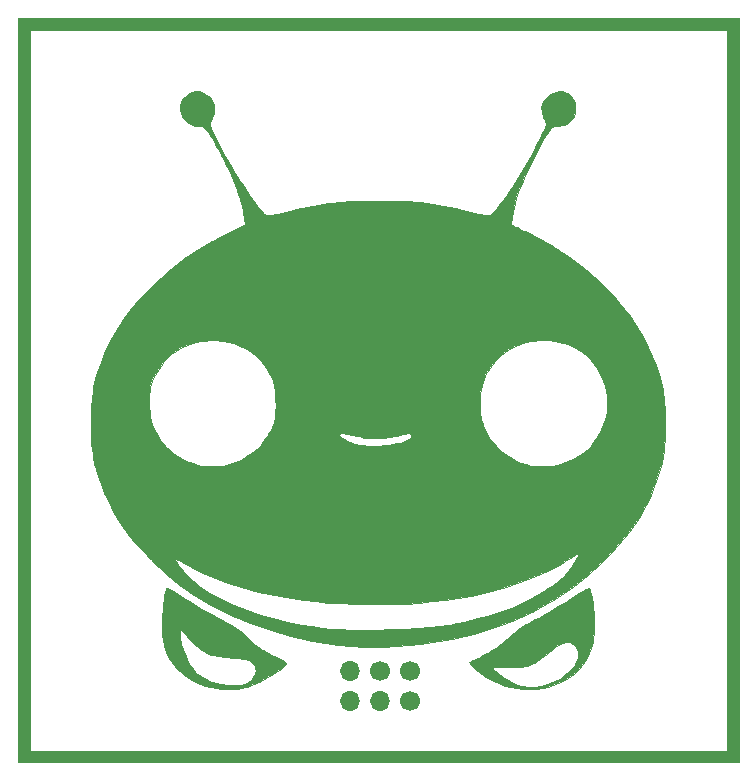
<source format=gtl>
G04 #@! TF.GenerationSoftware,KiCad,Pcbnew,(5.1.2)-1*
G04 #@! TF.CreationDate,2019-05-29T22:54:16+01:00*
G04 #@! TF.ProjectId,noname,6e6f6e61-6d65-42e6-9b69-6361645f7063,rev?*
G04 #@! TF.SameCoordinates,Original*
G04 #@! TF.FileFunction,Copper,L1,Top*
G04 #@! TF.FilePolarity,Positive*
%FSLAX46Y46*%
G04 Gerber Fmt 4.6, Leading zero omitted, Abs format (unit mm)*
G04 Created by KiCad (PCBNEW (5.1.2)-1) date 2019-05-29 22:54:16*
%MOMM*%
%LPD*%
G04 APERTURE LIST*
%ADD10C,0.010000*%
%ADD11C,1.700000*%
%ADD12O,1.700000X1.700000*%
G04 APERTURE END LIST*
D10*
G36*
X30501167Y-31496000D02*
G01*
X-30501166Y-31496000D01*
X-30501166Y30501167D01*
X-29506333Y30501167D01*
X-29506333Y-30501166D01*
X29506334Y-30501166D01*
X29506334Y30501167D01*
X-29506333Y30501167D01*
X-30501166Y30501167D01*
X-30501166Y31496000D01*
X30501167Y31496000D01*
X30501167Y-31496000D01*
X30501167Y-31496000D01*
G37*
X30501167Y-31496000D02*
X-30501166Y-31496000D01*
X-30501166Y30501167D01*
X-29506333Y30501167D01*
X-29506333Y-30501166D01*
X29506334Y-30501166D01*
X29506334Y30501167D01*
X-29506333Y30501167D01*
X-30501166Y30501167D01*
X-30501166Y31496000D01*
X30501167Y31496000D01*
X30501167Y-31496000D01*
G36*
X-17883218Y-16713617D02*
G01*
X-17815283Y-16742972D01*
X-17714265Y-16795616D01*
X-17580975Y-16871069D01*
X-17416222Y-16968850D01*
X-17220816Y-17088479D01*
X-16995565Y-17229478D01*
X-16741279Y-17391364D01*
X-16467666Y-17567885D01*
X-15895173Y-17933737D01*
X-15345152Y-18273910D01*
X-14819030Y-18587574D01*
X-14318229Y-18873901D01*
X-13844177Y-19132061D01*
X-13398299Y-19361224D01*
X-13313833Y-19402915D01*
X-12957622Y-19582710D01*
X-12635805Y-19756975D01*
X-12341667Y-19930284D01*
X-12068492Y-20107210D01*
X-11809563Y-20292327D01*
X-11558166Y-20490207D01*
X-11307584Y-20705425D01*
X-11051102Y-20942554D01*
X-11046368Y-20947072D01*
X-10759792Y-21212972D01*
X-10490094Y-21446812D01*
X-10232232Y-21652746D01*
X-9981162Y-21834932D01*
X-9911714Y-21882039D01*
X-9809895Y-21949549D01*
X-9717675Y-22009211D01*
X-9629520Y-22064114D01*
X-9539894Y-22117343D01*
X-9443261Y-22171986D01*
X-9334089Y-22231131D01*
X-9206840Y-22297864D01*
X-9055981Y-22375274D01*
X-8875977Y-22466447D01*
X-8752416Y-22528672D01*
X-8500152Y-22657107D01*
X-8286706Y-22769162D01*
X-8111903Y-22864936D01*
X-7975571Y-22944530D01*
X-7877534Y-23008047D01*
X-7817618Y-23055586D01*
X-7796921Y-23082422D01*
X-7800383Y-23130544D01*
X-7838621Y-23195793D01*
X-7908631Y-23276200D01*
X-8007409Y-23369793D01*
X-8131949Y-23474604D01*
X-8279247Y-23588660D01*
X-8446300Y-23709994D01*
X-8630102Y-23836633D01*
X-8827649Y-23966608D01*
X-9035936Y-24097948D01*
X-9251959Y-24228685D01*
X-9472714Y-24356846D01*
X-9695196Y-24480462D01*
X-9916400Y-24597563D01*
X-10133322Y-24706178D01*
X-10342958Y-24804337D01*
X-10542303Y-24890071D01*
X-10571491Y-24901882D01*
X-10886427Y-25013517D01*
X-11233713Y-25109780D01*
X-11605668Y-25189064D01*
X-11994607Y-25249763D01*
X-12392848Y-25290268D01*
X-12446000Y-25294040D01*
X-12576657Y-25302462D01*
X-12683252Y-25307997D01*
X-12777039Y-25310632D01*
X-12869277Y-25310351D01*
X-12971220Y-25307141D01*
X-13094126Y-25300986D01*
X-13230145Y-25293027D01*
X-13705137Y-25245010D01*
X-14175304Y-25159414D01*
X-14636277Y-25037797D01*
X-15083689Y-24881714D01*
X-15513170Y-24692721D01*
X-15920353Y-24472374D01*
X-16300869Y-24222229D01*
X-16361833Y-24177419D01*
X-16717122Y-23888846D01*
X-17038499Y-23579704D01*
X-17324749Y-23251616D01*
X-17574662Y-22906202D01*
X-17787023Y-22545081D01*
X-17960622Y-22169874D01*
X-18052467Y-21918083D01*
X-18158951Y-21537593D01*
X-18240503Y-21123545D01*
X-18297093Y-20676612D01*
X-18304866Y-20558749D01*
X-16780634Y-20558749D01*
X-16779446Y-20816365D01*
X-16766848Y-21048958D01*
X-16740890Y-21266768D01*
X-16699622Y-21480037D01*
X-16641096Y-21699007D01*
X-16563362Y-21933920D01*
X-16473538Y-22172083D01*
X-16325341Y-22519721D01*
X-16163091Y-22847814D01*
X-15989185Y-23152839D01*
X-15806020Y-23431273D01*
X-15615994Y-23679594D01*
X-15421504Y-23894278D01*
X-15224947Y-24071802D01*
X-15134166Y-24140249D01*
X-14957157Y-24256254D01*
X-14757313Y-24372046D01*
X-14545217Y-24482464D01*
X-14331448Y-24582346D01*
X-14126589Y-24666530D01*
X-13941218Y-24729856D01*
X-13903235Y-24740714D01*
X-13690500Y-24791935D01*
X-13444325Y-24838955D01*
X-13173510Y-24880379D01*
X-12886855Y-24914808D01*
X-12689416Y-24933343D01*
X-12563977Y-24940821D01*
X-12415641Y-24944903D01*
X-12253018Y-24945807D01*
X-12084714Y-24943751D01*
X-11919336Y-24938954D01*
X-11765493Y-24931634D01*
X-11631791Y-24922010D01*
X-11526838Y-24910300D01*
X-11482916Y-24902721D01*
X-11284252Y-24840729D01*
X-11091673Y-24742328D01*
X-10915998Y-24613173D01*
X-10897252Y-24596498D01*
X-10719100Y-24416431D01*
X-10576068Y-24232343D01*
X-10470174Y-24047385D01*
X-10403438Y-23864706D01*
X-10390441Y-23805938D01*
X-10381168Y-23640679D01*
X-10412412Y-23472681D01*
X-10482823Y-23305487D01*
X-10591054Y-23142641D01*
X-10681880Y-23039948D01*
X-10743588Y-22981948D01*
X-10810069Y-22930996D01*
X-10884828Y-22886278D01*
X-10971371Y-22846979D01*
X-11073202Y-22812286D01*
X-11193826Y-22781384D01*
X-11336748Y-22753460D01*
X-11505472Y-22727699D01*
X-11703504Y-22703287D01*
X-11934349Y-22679409D01*
X-12201511Y-22655253D01*
X-12414250Y-22637561D01*
X-12776059Y-22605618D01*
X-13113670Y-22570457D01*
X-13423381Y-22532564D01*
X-13701490Y-22492427D01*
X-13944292Y-22450533D01*
X-14128750Y-22411918D01*
X-14337323Y-22346691D01*
X-14561019Y-22245503D01*
X-14796929Y-22110698D01*
X-15042145Y-21944614D01*
X-15293757Y-21749594D01*
X-15548857Y-21527978D01*
X-15804535Y-21282108D01*
X-16057883Y-21014325D01*
X-16305992Y-20726969D01*
X-16457800Y-20537582D01*
X-16774583Y-20130748D01*
X-16780634Y-20558749D01*
X-18304866Y-20558749D01*
X-18328694Y-20197468D01*
X-18335278Y-19686787D01*
X-18316816Y-19145243D01*
X-18273280Y-18573510D01*
X-18214531Y-18048510D01*
X-18182112Y-17810241D01*
X-18147643Y-17586001D01*
X-18111912Y-17379340D01*
X-18075707Y-17193809D01*
X-18039813Y-17032957D01*
X-18005020Y-16900335D01*
X-17972114Y-16799494D01*
X-17941882Y-16733985D01*
X-17917264Y-16708031D01*
X-17883218Y-16713617D01*
X-17883218Y-16713617D01*
G37*
X-17883218Y-16713617D02*
X-17815283Y-16742972D01*
X-17714265Y-16795616D01*
X-17580975Y-16871069D01*
X-17416222Y-16968850D01*
X-17220816Y-17088479D01*
X-16995565Y-17229478D01*
X-16741279Y-17391364D01*
X-16467666Y-17567885D01*
X-15895173Y-17933737D01*
X-15345152Y-18273910D01*
X-14819030Y-18587574D01*
X-14318229Y-18873901D01*
X-13844177Y-19132061D01*
X-13398299Y-19361224D01*
X-13313833Y-19402915D01*
X-12957622Y-19582710D01*
X-12635805Y-19756975D01*
X-12341667Y-19930284D01*
X-12068492Y-20107210D01*
X-11809563Y-20292327D01*
X-11558166Y-20490207D01*
X-11307584Y-20705425D01*
X-11051102Y-20942554D01*
X-11046368Y-20947072D01*
X-10759792Y-21212972D01*
X-10490094Y-21446812D01*
X-10232232Y-21652746D01*
X-9981162Y-21834932D01*
X-9911714Y-21882039D01*
X-9809895Y-21949549D01*
X-9717675Y-22009211D01*
X-9629520Y-22064114D01*
X-9539894Y-22117343D01*
X-9443261Y-22171986D01*
X-9334089Y-22231131D01*
X-9206840Y-22297864D01*
X-9055981Y-22375274D01*
X-8875977Y-22466447D01*
X-8752416Y-22528672D01*
X-8500152Y-22657107D01*
X-8286706Y-22769162D01*
X-8111903Y-22864936D01*
X-7975571Y-22944530D01*
X-7877534Y-23008047D01*
X-7817618Y-23055586D01*
X-7796921Y-23082422D01*
X-7800383Y-23130544D01*
X-7838621Y-23195793D01*
X-7908631Y-23276200D01*
X-8007409Y-23369793D01*
X-8131949Y-23474604D01*
X-8279247Y-23588660D01*
X-8446300Y-23709994D01*
X-8630102Y-23836633D01*
X-8827649Y-23966608D01*
X-9035936Y-24097948D01*
X-9251959Y-24228685D01*
X-9472714Y-24356846D01*
X-9695196Y-24480462D01*
X-9916400Y-24597563D01*
X-10133322Y-24706178D01*
X-10342958Y-24804337D01*
X-10542303Y-24890071D01*
X-10571491Y-24901882D01*
X-10886427Y-25013517D01*
X-11233713Y-25109780D01*
X-11605668Y-25189064D01*
X-11994607Y-25249763D01*
X-12392848Y-25290268D01*
X-12446000Y-25294040D01*
X-12576657Y-25302462D01*
X-12683252Y-25307997D01*
X-12777039Y-25310632D01*
X-12869277Y-25310351D01*
X-12971220Y-25307141D01*
X-13094126Y-25300986D01*
X-13230145Y-25293027D01*
X-13705137Y-25245010D01*
X-14175304Y-25159414D01*
X-14636277Y-25037797D01*
X-15083689Y-24881714D01*
X-15513170Y-24692721D01*
X-15920353Y-24472374D01*
X-16300869Y-24222229D01*
X-16361833Y-24177419D01*
X-16717122Y-23888846D01*
X-17038499Y-23579704D01*
X-17324749Y-23251616D01*
X-17574662Y-22906202D01*
X-17787023Y-22545081D01*
X-17960622Y-22169874D01*
X-18052467Y-21918083D01*
X-18158951Y-21537593D01*
X-18240503Y-21123545D01*
X-18297093Y-20676612D01*
X-18304866Y-20558749D01*
X-16780634Y-20558749D01*
X-16779446Y-20816365D01*
X-16766848Y-21048958D01*
X-16740890Y-21266768D01*
X-16699622Y-21480037D01*
X-16641096Y-21699007D01*
X-16563362Y-21933920D01*
X-16473538Y-22172083D01*
X-16325341Y-22519721D01*
X-16163091Y-22847814D01*
X-15989185Y-23152839D01*
X-15806020Y-23431273D01*
X-15615994Y-23679594D01*
X-15421504Y-23894278D01*
X-15224947Y-24071802D01*
X-15134166Y-24140249D01*
X-14957157Y-24256254D01*
X-14757313Y-24372046D01*
X-14545217Y-24482464D01*
X-14331448Y-24582346D01*
X-14126589Y-24666530D01*
X-13941218Y-24729856D01*
X-13903235Y-24740714D01*
X-13690500Y-24791935D01*
X-13444325Y-24838955D01*
X-13173510Y-24880379D01*
X-12886855Y-24914808D01*
X-12689416Y-24933343D01*
X-12563977Y-24940821D01*
X-12415641Y-24944903D01*
X-12253018Y-24945807D01*
X-12084714Y-24943751D01*
X-11919336Y-24938954D01*
X-11765493Y-24931634D01*
X-11631791Y-24922010D01*
X-11526838Y-24910300D01*
X-11482916Y-24902721D01*
X-11284252Y-24840729D01*
X-11091673Y-24742328D01*
X-10915998Y-24613173D01*
X-10897252Y-24596498D01*
X-10719100Y-24416431D01*
X-10576068Y-24232343D01*
X-10470174Y-24047385D01*
X-10403438Y-23864706D01*
X-10390441Y-23805938D01*
X-10381168Y-23640679D01*
X-10412412Y-23472681D01*
X-10482823Y-23305487D01*
X-10591054Y-23142641D01*
X-10681880Y-23039948D01*
X-10743588Y-22981948D01*
X-10810069Y-22930996D01*
X-10884828Y-22886278D01*
X-10971371Y-22846979D01*
X-11073202Y-22812286D01*
X-11193826Y-22781384D01*
X-11336748Y-22753460D01*
X-11505472Y-22727699D01*
X-11703504Y-22703287D01*
X-11934349Y-22679409D01*
X-12201511Y-22655253D01*
X-12414250Y-22637561D01*
X-12776059Y-22605618D01*
X-13113670Y-22570457D01*
X-13423381Y-22532564D01*
X-13701490Y-22492427D01*
X-13944292Y-22450533D01*
X-14128750Y-22411918D01*
X-14337323Y-22346691D01*
X-14561019Y-22245503D01*
X-14796929Y-22110698D01*
X-15042145Y-21944614D01*
X-15293757Y-21749594D01*
X-15548857Y-21527978D01*
X-15804535Y-21282108D01*
X-16057883Y-21014325D01*
X-16305992Y-20726969D01*
X-16457800Y-20537582D01*
X-16774583Y-20130748D01*
X-16780634Y-20558749D01*
X-18304866Y-20558749D01*
X-18328694Y-20197468D01*
X-18335278Y-19686787D01*
X-18316816Y-19145243D01*
X-18273280Y-18573510D01*
X-18214531Y-18048510D01*
X-18182112Y-17810241D01*
X-18147643Y-17586001D01*
X-18111912Y-17379340D01*
X-18075707Y-17193809D01*
X-18039813Y-17032957D01*
X-18005020Y-16900335D01*
X-17972114Y-16799494D01*
X-17941882Y-16733985D01*
X-17917264Y-16708031D01*
X-17883218Y-16713617D01*
G36*
X17853503Y-16703447D02*
G01*
X17863451Y-16728493D01*
X17881081Y-16788004D01*
X17904698Y-16875162D01*
X17932606Y-16983152D01*
X17963111Y-17105156D01*
X17994515Y-17234357D01*
X18025125Y-17363938D01*
X18053244Y-17487082D01*
X18077176Y-17596974D01*
X18084411Y-17631833D01*
X18148631Y-17999781D01*
X18198319Y-18397866D01*
X18233423Y-18817793D01*
X18253891Y-19251268D01*
X18259669Y-19689996D01*
X18250706Y-20125683D01*
X18226949Y-20550035D01*
X18188345Y-20954758D01*
X18134841Y-21331557D01*
X18108763Y-21475135D01*
X18013243Y-21855899D01*
X17877212Y-22227512D01*
X17701810Y-22588398D01*
X17488178Y-22936978D01*
X17237455Y-23271674D01*
X16950781Y-23590909D01*
X16629297Y-23893105D01*
X16274141Y-24176684D01*
X16036716Y-24343008D01*
X15642095Y-24581072D01*
X15222406Y-24787309D01*
X14781589Y-24960726D01*
X14323585Y-25100326D01*
X13852333Y-25205116D01*
X13371775Y-25274102D01*
X12885849Y-25306289D01*
X12398497Y-25300683D01*
X12272671Y-25292957D01*
X11756999Y-25234833D01*
X11244155Y-25135130D01*
X10736316Y-24994597D01*
X10235655Y-24813983D01*
X9744346Y-24594038D01*
X9264565Y-24335510D01*
X8974667Y-24156709D01*
X8800769Y-24039662D01*
X8622055Y-23911365D01*
X8444778Y-23776893D01*
X8275195Y-23641321D01*
X8119562Y-23509726D01*
X8105297Y-23496818D01*
X9703793Y-23496818D01*
X9704361Y-23534982D01*
X9738440Y-23592405D01*
X9803152Y-23666713D01*
X9895619Y-23755531D01*
X10012963Y-23856488D01*
X10152305Y-23967209D01*
X10310767Y-24085321D01*
X10485471Y-24208451D01*
X10673539Y-24334225D01*
X10872092Y-24460271D01*
X10872413Y-24460469D01*
X11139064Y-24618951D01*
X11382661Y-24749606D01*
X11609579Y-24855037D01*
X11826194Y-24937845D01*
X12038882Y-25000634D01*
X12254019Y-25046006D01*
X12340167Y-25059571D01*
X12425265Y-25071974D01*
X12500136Y-25083210D01*
X12549523Y-25090984D01*
X12551834Y-25091374D01*
X12611529Y-25096683D01*
X12705278Y-25099196D01*
X12824910Y-25099191D01*
X12962258Y-25096949D01*
X13109152Y-25092749D01*
X13257423Y-25086870D01*
X13398903Y-25079592D01*
X13525423Y-25071194D01*
X13628815Y-25061955D01*
X13700909Y-25052155D01*
X13701448Y-25052055D01*
X14141150Y-24949042D01*
X14564136Y-24808203D01*
X14968236Y-24630412D01*
X15351280Y-24416542D01*
X15471051Y-24339295D01*
X15754660Y-24136515D01*
X16013147Y-23924344D01*
X16244053Y-23705637D01*
X16444920Y-23483253D01*
X16613290Y-23260047D01*
X16746703Y-23038876D01*
X16842703Y-22822598D01*
X16879869Y-22702094D01*
X16901099Y-22581048D01*
X16910549Y-22440765D01*
X16908260Y-22297579D01*
X16894270Y-22167823D01*
X16878377Y-22096550D01*
X16809560Y-21914554D01*
X16716290Y-21746080D01*
X16604061Y-21598428D01*
X16478364Y-21478897D01*
X16353691Y-21399122D01*
X16194209Y-21341303D01*
X16022197Y-21319175D01*
X15836842Y-21333041D01*
X15637326Y-21383205D01*
X15422832Y-21469972D01*
X15192545Y-21593643D01*
X14945649Y-21754524D01*
X14681327Y-21952917D01*
X14528149Y-22078199D01*
X14280870Y-22283887D01*
X14060133Y-22462760D01*
X13862016Y-22617396D01*
X13682593Y-22750372D01*
X13517941Y-22864264D01*
X13364134Y-22961650D01*
X13217250Y-23045107D01*
X13073362Y-23117211D01*
X12928548Y-23180541D01*
X12778883Y-23237671D01*
X12743533Y-23250146D01*
X12561698Y-23308492D01*
X12380662Y-23355698D01*
X12194634Y-23392328D01*
X11997821Y-23418947D01*
X11784432Y-23436119D01*
X11548673Y-23444407D01*
X11284754Y-23444377D01*
X10986881Y-23436592D01*
X10874738Y-23432190D01*
X10593202Y-23422207D01*
X10352464Y-23417757D01*
X10151344Y-23418906D01*
X9988661Y-23425718D01*
X9863233Y-23438259D01*
X9773881Y-23456594D01*
X9719424Y-23480789D01*
X9703793Y-23496818D01*
X8105297Y-23496818D01*
X7984134Y-23387183D01*
X7875166Y-23278768D01*
X7828666Y-23226867D01*
X7762368Y-23142945D01*
X7725515Y-23081335D01*
X7715489Y-23036702D01*
X7723300Y-23012266D01*
X7744693Y-22998445D01*
X7800011Y-22968252D01*
X7885100Y-22923804D01*
X7995802Y-22867222D01*
X8127962Y-22800624D01*
X8277425Y-22726130D01*
X8440035Y-22645858D01*
X8487997Y-22622321D01*
X8665751Y-22534440D01*
X8841829Y-22445972D01*
X9010172Y-22360062D01*
X9164722Y-22279854D01*
X9299419Y-22208494D01*
X9408205Y-22149127D01*
X9485020Y-22104897D01*
X9486199Y-22104182D01*
X9968533Y-21787377D01*
X10422008Y-21440024D01*
X10848509Y-21060678D01*
X10855434Y-21054043D01*
X11066527Y-20854702D01*
X11264008Y-20675680D01*
X11453259Y-20513257D01*
X11639666Y-20363714D01*
X11828609Y-20223330D01*
X12025473Y-20088386D01*
X12235640Y-19955162D01*
X12464493Y-19819938D01*
X12717416Y-19678995D01*
X12999790Y-19528613D01*
X13250334Y-19399102D01*
X13568838Y-19234792D01*
X13867221Y-19077797D01*
X14151101Y-18924839D01*
X14426095Y-18772642D01*
X14697821Y-18617927D01*
X14971898Y-18457419D01*
X15253941Y-18287839D01*
X15549570Y-18105911D01*
X15864402Y-17908356D01*
X16204055Y-17691898D01*
X16467667Y-17522155D01*
X16731176Y-17352883D01*
X16970246Y-17201385D01*
X17183593Y-17068419D01*
X17369935Y-16954744D01*
X17527986Y-16861117D01*
X17656465Y-16788296D01*
X17754087Y-16737041D01*
X17819569Y-16708109D01*
X17851628Y-16702259D01*
X17853503Y-16703447D01*
X17853503Y-16703447D01*
G37*
X17853503Y-16703447D02*
X17863451Y-16728493D01*
X17881081Y-16788004D01*
X17904698Y-16875162D01*
X17932606Y-16983152D01*
X17963111Y-17105156D01*
X17994515Y-17234357D01*
X18025125Y-17363938D01*
X18053244Y-17487082D01*
X18077176Y-17596974D01*
X18084411Y-17631833D01*
X18148631Y-17999781D01*
X18198319Y-18397866D01*
X18233423Y-18817793D01*
X18253891Y-19251268D01*
X18259669Y-19689996D01*
X18250706Y-20125683D01*
X18226949Y-20550035D01*
X18188345Y-20954758D01*
X18134841Y-21331557D01*
X18108763Y-21475135D01*
X18013243Y-21855899D01*
X17877212Y-22227512D01*
X17701810Y-22588398D01*
X17488178Y-22936978D01*
X17237455Y-23271674D01*
X16950781Y-23590909D01*
X16629297Y-23893105D01*
X16274141Y-24176684D01*
X16036716Y-24343008D01*
X15642095Y-24581072D01*
X15222406Y-24787309D01*
X14781589Y-24960726D01*
X14323585Y-25100326D01*
X13852333Y-25205116D01*
X13371775Y-25274102D01*
X12885849Y-25306289D01*
X12398497Y-25300683D01*
X12272671Y-25292957D01*
X11756999Y-25234833D01*
X11244155Y-25135130D01*
X10736316Y-24994597D01*
X10235655Y-24813983D01*
X9744346Y-24594038D01*
X9264565Y-24335510D01*
X8974667Y-24156709D01*
X8800769Y-24039662D01*
X8622055Y-23911365D01*
X8444778Y-23776893D01*
X8275195Y-23641321D01*
X8119562Y-23509726D01*
X8105297Y-23496818D01*
X9703793Y-23496818D01*
X9704361Y-23534982D01*
X9738440Y-23592405D01*
X9803152Y-23666713D01*
X9895619Y-23755531D01*
X10012963Y-23856488D01*
X10152305Y-23967209D01*
X10310767Y-24085321D01*
X10485471Y-24208451D01*
X10673539Y-24334225D01*
X10872092Y-24460271D01*
X10872413Y-24460469D01*
X11139064Y-24618951D01*
X11382661Y-24749606D01*
X11609579Y-24855037D01*
X11826194Y-24937845D01*
X12038882Y-25000634D01*
X12254019Y-25046006D01*
X12340167Y-25059571D01*
X12425265Y-25071974D01*
X12500136Y-25083210D01*
X12549523Y-25090984D01*
X12551834Y-25091374D01*
X12611529Y-25096683D01*
X12705278Y-25099196D01*
X12824910Y-25099191D01*
X12962258Y-25096949D01*
X13109152Y-25092749D01*
X13257423Y-25086870D01*
X13398903Y-25079592D01*
X13525423Y-25071194D01*
X13628815Y-25061955D01*
X13700909Y-25052155D01*
X13701448Y-25052055D01*
X14141150Y-24949042D01*
X14564136Y-24808203D01*
X14968236Y-24630412D01*
X15351280Y-24416542D01*
X15471051Y-24339295D01*
X15754660Y-24136515D01*
X16013147Y-23924344D01*
X16244053Y-23705637D01*
X16444920Y-23483253D01*
X16613290Y-23260047D01*
X16746703Y-23038876D01*
X16842703Y-22822598D01*
X16879869Y-22702094D01*
X16901099Y-22581048D01*
X16910549Y-22440765D01*
X16908260Y-22297579D01*
X16894270Y-22167823D01*
X16878377Y-22096550D01*
X16809560Y-21914554D01*
X16716290Y-21746080D01*
X16604061Y-21598428D01*
X16478364Y-21478897D01*
X16353691Y-21399122D01*
X16194209Y-21341303D01*
X16022197Y-21319175D01*
X15836842Y-21333041D01*
X15637326Y-21383205D01*
X15422832Y-21469972D01*
X15192545Y-21593643D01*
X14945649Y-21754524D01*
X14681327Y-21952917D01*
X14528149Y-22078199D01*
X14280870Y-22283887D01*
X14060133Y-22462760D01*
X13862016Y-22617396D01*
X13682593Y-22750372D01*
X13517941Y-22864264D01*
X13364134Y-22961650D01*
X13217250Y-23045107D01*
X13073362Y-23117211D01*
X12928548Y-23180541D01*
X12778883Y-23237671D01*
X12743533Y-23250146D01*
X12561698Y-23308492D01*
X12380662Y-23355698D01*
X12194634Y-23392328D01*
X11997821Y-23418947D01*
X11784432Y-23436119D01*
X11548673Y-23444407D01*
X11284754Y-23444377D01*
X10986881Y-23436592D01*
X10874738Y-23432190D01*
X10593202Y-23422207D01*
X10352464Y-23417757D01*
X10151344Y-23418906D01*
X9988661Y-23425718D01*
X9863233Y-23438259D01*
X9773881Y-23456594D01*
X9719424Y-23480789D01*
X9703793Y-23496818D01*
X8105297Y-23496818D01*
X7984134Y-23387183D01*
X7875166Y-23278768D01*
X7828666Y-23226867D01*
X7762368Y-23142945D01*
X7725515Y-23081335D01*
X7715489Y-23036702D01*
X7723300Y-23012266D01*
X7744693Y-22998445D01*
X7800011Y-22968252D01*
X7885100Y-22923804D01*
X7995802Y-22867222D01*
X8127962Y-22800624D01*
X8277425Y-22726130D01*
X8440035Y-22645858D01*
X8487997Y-22622321D01*
X8665751Y-22534440D01*
X8841829Y-22445972D01*
X9010172Y-22360062D01*
X9164722Y-22279854D01*
X9299419Y-22208494D01*
X9408205Y-22149127D01*
X9485020Y-22104897D01*
X9486199Y-22104182D01*
X9968533Y-21787377D01*
X10422008Y-21440024D01*
X10848509Y-21060678D01*
X10855434Y-21054043D01*
X11066527Y-20854702D01*
X11264008Y-20675680D01*
X11453259Y-20513257D01*
X11639666Y-20363714D01*
X11828609Y-20223330D01*
X12025473Y-20088386D01*
X12235640Y-19955162D01*
X12464493Y-19819938D01*
X12717416Y-19678995D01*
X12999790Y-19528613D01*
X13250334Y-19399102D01*
X13568838Y-19234792D01*
X13867221Y-19077797D01*
X14151101Y-18924839D01*
X14426095Y-18772642D01*
X14697821Y-18617927D01*
X14971898Y-18457419D01*
X15253941Y-18287839D01*
X15549570Y-18105911D01*
X15864402Y-17908356D01*
X16204055Y-17691898D01*
X16467667Y-17522155D01*
X16731176Y-17352883D01*
X16970246Y-17201385D01*
X17183593Y-17068419D01*
X17369935Y-16954744D01*
X17527986Y-16861117D01*
X17656465Y-16788296D01*
X17754087Y-16737041D01*
X17819569Y-16708109D01*
X17851628Y-16702259D01*
X17853503Y-16703447D01*
G36*
X-15269508Y25314111D02*
G01*
X-15157006Y25301725D01*
X-15050950Y25276807D01*
X-14937877Y25236079D01*
X-14804327Y25176262D01*
X-14784916Y25166989D01*
X-14559200Y25038672D01*
X-14360796Y24884994D01*
X-14192709Y24709432D01*
X-14057943Y24515466D01*
X-13959503Y24306575D01*
X-13915457Y24160383D01*
X-13894851Y24022140D01*
X-13889672Y23859544D01*
X-13899261Y23687399D01*
X-13922959Y23520509D01*
X-13948837Y23410334D01*
X-13976319Y23327432D01*
X-14017130Y23220743D01*
X-14065650Y23104333D01*
X-14113749Y22997584D01*
X-14165691Y22882009D01*
X-14205116Y22778109D01*
X-14231212Y22680925D01*
X-14243165Y22585501D01*
X-14240161Y22486878D01*
X-14221389Y22380100D01*
X-14186034Y22260209D01*
X-14133284Y22122247D01*
X-14062326Y21961256D01*
X-13972346Y21772280D01*
X-13883165Y21591689D01*
X-13637065Y21106923D01*
X-13378715Y20614792D01*
X-13110338Y20118940D01*
X-12834153Y19623009D01*
X-12552384Y19130641D01*
X-12267251Y18645479D01*
X-11980975Y18171165D01*
X-11695777Y17711342D01*
X-11413880Y17269652D01*
X-11137504Y16849738D01*
X-10868871Y16455242D01*
X-10610202Y16089806D01*
X-10363718Y15757074D01*
X-10183869Y15525750D01*
X-10080622Y15400336D01*
X-9972246Y15276118D01*
X-9863659Y15158093D01*
X-9759777Y15051258D01*
X-9665517Y14960608D01*
X-9585794Y14891139D01*
X-9525525Y14847848D01*
X-9508092Y14839031D01*
X-9433927Y14823926D01*
X-9320219Y14822808D01*
X-9166917Y14835684D01*
X-8973971Y14862565D01*
X-8741331Y14903458D01*
X-8468948Y14958372D01*
X-8156772Y15027316D01*
X-7804753Y15110298D01*
X-7498992Y15185651D01*
X-6972055Y15315026D01*
X-6478397Y15430376D01*
X-6011725Y15532710D01*
X-5565746Y15623035D01*
X-5134164Y15702362D01*
X-4710686Y15771698D01*
X-4289019Y15832053D01*
X-3862868Y15884436D01*
X-3425939Y15929855D01*
X-2971939Y15969320D01*
X-2494573Y16003839D01*
X-2328333Y16014472D01*
X-2161918Y16023180D01*
X-1958657Y16031132D01*
X-1724030Y16038281D01*
X-1463519Y16044582D01*
X-1182604Y16049989D01*
X-886767Y16054456D01*
X-581488Y16057939D01*
X-272249Y16060390D01*
X35470Y16061765D01*
X336187Y16062018D01*
X624421Y16061103D01*
X894692Y16058974D01*
X1141519Y16055586D01*
X1359420Y16050893D01*
X1502834Y16046406D01*
X2060904Y16022265D01*
X2589667Y15991593D01*
X3095643Y15953448D01*
X3585350Y15906891D01*
X4065307Y15850981D01*
X4542035Y15784776D01*
X5022052Y15707336D01*
X5511878Y15617720D01*
X6018032Y15514987D01*
X6547033Y15398197D01*
X7105400Y15266407D01*
X7387167Y15197196D01*
X7766612Y15104551D01*
X8106273Y15025063D01*
X8406576Y14958651D01*
X8667948Y14905237D01*
X8890816Y14864740D01*
X9075607Y14837082D01*
X9222747Y14822183D01*
X9332663Y14819964D01*
X9385797Y14825550D01*
X9448085Y14851773D01*
X9531238Y14909381D01*
X9631565Y14995270D01*
X9745377Y15106340D01*
X9840697Y15207973D01*
X10020188Y15415441D01*
X10215482Y15658563D01*
X10424802Y15934482D01*
X10646371Y16240341D01*
X10878414Y16573285D01*
X11119152Y16930456D01*
X11366809Y17308998D01*
X11619609Y17706055D01*
X11875774Y18118769D01*
X12133529Y18544284D01*
X12391095Y18979743D01*
X12646697Y19422291D01*
X12898558Y19869069D01*
X13144900Y20317223D01*
X13383947Y20763894D01*
X13613923Y21206226D01*
X13797045Y21568834D01*
X13895960Y21769447D01*
X13976392Y21937638D01*
X14040110Y22078158D01*
X14088878Y22195762D01*
X14124465Y22295204D01*
X14148637Y22381235D01*
X14163161Y22458611D01*
X14169802Y22532084D01*
X14170739Y22574250D01*
X14169383Y22638606D01*
X14163149Y22693611D01*
X14149014Y22749442D01*
X14123954Y22816281D01*
X14084946Y22904307D01*
X14051286Y22976417D01*
X13970623Y23156121D01*
X13910299Y23311793D01*
X13866813Y23454383D01*
X13836667Y23594843D01*
X13822152Y23693520D01*
X13812444Y23932135D01*
X13843558Y24160255D01*
X13915065Y24376898D01*
X14026536Y24581077D01*
X14177541Y24771808D01*
X14367651Y24948106D01*
X14369770Y24949811D01*
X14583196Y25098960D01*
X14802749Y25207398D01*
X15032415Y25276693D01*
X15276182Y25308412D01*
X15282334Y25308730D01*
X15521171Y25303704D01*
X15739015Y25262818D01*
X15939318Y25184770D01*
X16125528Y25068265D01*
X16280083Y24933288D01*
X16434635Y24750033D01*
X16554193Y24543090D01*
X16638379Y24313138D01*
X16650178Y24267584D01*
X16671700Y24141786D01*
X16683626Y23990820D01*
X16685923Y23829769D01*
X16678557Y23673719D01*
X16661492Y23537755D01*
X16651955Y23492426D01*
X16574687Y23259355D01*
X16463288Y23047882D01*
X16320375Y22861302D01*
X16148567Y22702913D01*
X15950483Y22576013D01*
X15906750Y22554130D01*
X15778464Y22499469D01*
X15646880Y22458339D01*
X15501583Y22428453D01*
X15332155Y22407525D01*
X15189638Y22396736D01*
X15066880Y22388245D01*
X14976406Y22378948D01*
X14908180Y22366989D01*
X14852164Y22350512D01*
X14798322Y22327662D01*
X14787301Y22322344D01*
X14722690Y22285821D01*
X14658424Y22238326D01*
X14592077Y22176699D01*
X14521222Y22097775D01*
X14443430Y21998394D01*
X14356276Y21875393D01*
X14257332Y21725611D01*
X14144171Y21545884D01*
X14014366Y21333050D01*
X13965261Y21251334D01*
X13684204Y20768858D01*
X13410523Y20272822D01*
X13145936Y19767253D01*
X12892161Y19256181D01*
X12650915Y18743635D01*
X12423917Y18233645D01*
X12212886Y17730240D01*
X12019539Y17237448D01*
X11845594Y16759301D01*
X11692770Y16299825D01*
X11562785Y15863052D01*
X11457356Y15453010D01*
X11418502Y15278849D01*
X11407138Y15218766D01*
X11391705Y15128115D01*
X11373236Y15013850D01*
X11352763Y14882923D01*
X11331318Y14742288D01*
X11309933Y14598896D01*
X11289642Y14459701D01*
X11271475Y14331656D01*
X11256465Y14221712D01*
X11245645Y14136824D01*
X11240047Y14083943D01*
X11239500Y14073147D01*
X11247213Y14060850D01*
X11271899Y14041354D01*
X11315881Y14013428D01*
X11381479Y13975842D01*
X11471015Y13927365D01*
X11586811Y13866766D01*
X11731189Y13792813D01*
X11906469Y13704275D01*
X12114973Y13599922D01*
X12359024Y13478522D01*
X12387792Y13464247D01*
X12752529Y13282587D01*
X13083015Y13116358D01*
X13383439Y12963267D01*
X13657992Y12821018D01*
X13910866Y12687315D01*
X14146250Y12559864D01*
X14368337Y12436369D01*
X14581315Y12314536D01*
X14789378Y12192069D01*
X14996714Y12066673D01*
X15207515Y11936053D01*
X15398750Y11815259D01*
X16092135Y11353311D01*
X16777451Y10856128D01*
X17450649Y10327456D01*
X18107684Y9771043D01*
X18744507Y9190633D01*
X19357070Y8589975D01*
X19941328Y7972815D01*
X20493232Y7342900D01*
X21008735Y6703976D01*
X21216536Y6429645D01*
X21680873Y5771830D01*
X22109507Y5096455D01*
X22503544Y4401322D01*
X22864086Y3684234D01*
X23192237Y2942993D01*
X23489102Y2175403D01*
X23755783Y1379264D01*
X23760130Y1365250D01*
X23859102Y1028990D01*
X23945604Y697472D01*
X24020320Y365581D01*
X24083937Y28205D01*
X24137138Y-319771D01*
X24180608Y-683461D01*
X24215033Y-1067978D01*
X24241097Y-1478436D01*
X24259484Y-1919949D01*
X24270881Y-2397631D01*
X24271777Y-2455333D01*
X24274359Y-3061579D01*
X24263430Y-3630796D01*
X24238664Y-4166181D01*
X24199734Y-4670934D01*
X24146312Y-5148253D01*
X24078070Y-5601335D01*
X23994683Y-6033381D01*
X23895821Y-6447589D01*
X23843898Y-6637083D01*
X23610703Y-7398061D01*
X23354457Y-8126097D01*
X23073048Y-8825041D01*
X22764367Y-9498740D01*
X22426303Y-10151045D01*
X22056746Y-10785804D01*
X21653587Y-11406867D01*
X21214713Y-12018082D01*
X20738016Y-12623299D01*
X20247122Y-13197416D01*
X19559737Y-13941265D01*
X18847986Y-14651031D01*
X18111746Y-15326775D01*
X17350899Y-15968555D01*
X16565323Y-16576433D01*
X15754897Y-17150469D01*
X14919501Y-17690721D01*
X14059014Y-18197251D01*
X13173315Y-18670118D01*
X12262283Y-19109383D01*
X11325799Y-19515104D01*
X10363740Y-19887343D01*
X9375986Y-20226160D01*
X8362417Y-20531614D01*
X7322911Y-20803765D01*
X6257349Y-21042674D01*
X5165608Y-21248400D01*
X4047570Y-21421003D01*
X3577167Y-21482756D01*
X2527064Y-21594909D01*
X1473176Y-21670369D01*
X421962Y-21708851D01*
X-620116Y-21710070D01*
X-1201037Y-21694227D01*
X-2306455Y-21631742D01*
X-3409714Y-21528099D01*
X-4508813Y-21383767D01*
X-5601749Y-21199217D01*
X-6686520Y-20974916D01*
X-7761125Y-20711333D01*
X-8823562Y-20408938D01*
X-9871828Y-20068200D01*
X-10903923Y-19689588D01*
X-11917844Y-19273571D01*
X-12350750Y-19081939D01*
X-12466516Y-19028524D01*
X-12608790Y-18961267D01*
X-12770999Y-18883412D01*
X-12946571Y-18798204D01*
X-13128933Y-18708887D01*
X-13311513Y-18618704D01*
X-13487739Y-18530902D01*
X-13651039Y-18448723D01*
X-13794839Y-18375412D01*
X-13912569Y-18314213D01*
X-13987516Y-18273984D01*
X-14484517Y-17996077D01*
X-14943163Y-17730606D01*
X-15365209Y-17476477D01*
X-15752414Y-17232595D01*
X-16106534Y-16997867D01*
X-16429327Y-16771199D01*
X-16585286Y-16656225D01*
X-17033684Y-16309190D01*
X-17490918Y-15935047D01*
X-17952499Y-15538227D01*
X-18413937Y-15123162D01*
X-18870743Y-14694284D01*
X-19284617Y-14289122D01*
X-17227922Y-14289122D01*
X-17222761Y-14330900D01*
X-17193217Y-14400882D01*
X-17165004Y-14455811D01*
X-17079735Y-14597940D01*
X-16963456Y-14763534D01*
X-16818414Y-14949864D01*
X-16646853Y-15154198D01*
X-16451020Y-15373806D01*
X-16233160Y-15605959D01*
X-16139583Y-15702506D01*
X-15930810Y-15911769D01*
X-15734267Y-16098960D01*
X-15543138Y-16269383D01*
X-15350609Y-16428341D01*
X-15149865Y-16581138D01*
X-14934093Y-16733077D01*
X-14696476Y-16889461D01*
X-14430200Y-17055595D01*
X-14298083Y-17135627D01*
X-13737799Y-17454683D01*
X-13139363Y-17761660D01*
X-12505435Y-18055729D01*
X-11838672Y-18336059D01*
X-11141735Y-18601822D01*
X-10417282Y-18852187D01*
X-9667973Y-19086326D01*
X-8896467Y-19303408D01*
X-8105424Y-19502604D01*
X-7297501Y-19683085D01*
X-6475359Y-19844021D01*
X-5641657Y-19984582D01*
X-4799054Y-20103939D01*
X-4771965Y-20107400D01*
X-4510323Y-20138395D01*
X-4238730Y-20165808D01*
X-3952029Y-20189987D01*
X-3645064Y-20211280D01*
X-3312679Y-20230034D01*
X-2949718Y-20246598D01*
X-2551024Y-20261319D01*
X-2434166Y-20265099D01*
X-2342867Y-20267008D01*
X-2213870Y-20268297D01*
X-2051808Y-20269004D01*
X-1861312Y-20269166D01*
X-1647013Y-20268822D01*
X-1413542Y-20268007D01*
X-1165532Y-20266759D01*
X-907613Y-20265116D01*
X-644416Y-20263114D01*
X-380574Y-20260792D01*
X-120717Y-20258185D01*
X130524Y-20255333D01*
X368516Y-20252271D01*
X588628Y-20249037D01*
X786230Y-20245669D01*
X956690Y-20242203D01*
X1095376Y-20238677D01*
X1174750Y-20236054D01*
X1840071Y-20208540D01*
X2463743Y-20178323D01*
X3046367Y-20145355D01*
X3588544Y-20109587D01*
X4090876Y-20070972D01*
X4553962Y-20029462D01*
X4978404Y-19985009D01*
X5364803Y-19937566D01*
X5713760Y-19887083D01*
X5863167Y-19862607D01*
X6062636Y-19827146D01*
X6292797Y-19783795D01*
X6543207Y-19734673D01*
X6803426Y-19681897D01*
X7063009Y-19627584D01*
X7311517Y-19573850D01*
X7535334Y-19523545D01*
X8397991Y-19312706D01*
X9222232Y-19085834D01*
X10008966Y-18842561D01*
X10759103Y-18582520D01*
X11473554Y-18305346D01*
X12153229Y-18010669D01*
X12799039Y-17698125D01*
X13411894Y-17367345D01*
X13992705Y-17017963D01*
X14372167Y-16767964D01*
X14716487Y-16526440D01*
X15025068Y-16296390D01*
X15301734Y-16074219D01*
X15550307Y-15856331D01*
X15774610Y-15639133D01*
X15978464Y-15419029D01*
X16165692Y-15192423D01*
X16340117Y-14955722D01*
X16413150Y-14848416D01*
X16499393Y-14714478D01*
X16587615Y-14569939D01*
X16673292Y-14422873D01*
X16751898Y-14281359D01*
X16818909Y-14153473D01*
X16869801Y-14047291D01*
X16892393Y-13992941D01*
X16915687Y-13925894D01*
X16922949Y-13885579D01*
X16915193Y-13859981D01*
X16904649Y-13847577D01*
X16881140Y-13835959D01*
X16844557Y-13838164D01*
X16791834Y-13855802D01*
X16719907Y-13890486D01*
X16625711Y-13943825D01*
X16506180Y-14017430D01*
X16358250Y-14112913D01*
X16198932Y-14218459D01*
X15842183Y-14451406D01*
X15498177Y-14664323D01*
X15158274Y-14861850D01*
X14813831Y-15048633D01*
X14456207Y-15229312D01*
X14076761Y-15408532D01*
X13666852Y-15590936D01*
X13553904Y-15639590D01*
X12673777Y-15996131D01*
X11761686Y-16325969D01*
X10818703Y-16628875D01*
X9845899Y-16904618D01*
X8844344Y-17152969D01*
X7815111Y-17373699D01*
X6759269Y-17566576D01*
X5677891Y-17731372D01*
X4572047Y-17867857D01*
X3442809Y-17975800D01*
X2296584Y-18054676D01*
X1959758Y-18071327D01*
X1591042Y-18085697D01*
X1197604Y-18097716D01*
X786609Y-18107316D01*
X365225Y-18114426D01*
X-59381Y-18118977D01*
X-480042Y-18120901D01*
X-889592Y-18120126D01*
X-1280862Y-18116585D01*
X-1646686Y-18110208D01*
X-1979897Y-18100925D01*
X-2084916Y-18097078D01*
X-3170731Y-18042981D01*
X-4238665Y-17966674D01*
X-5286779Y-17868486D01*
X-6313131Y-17748748D01*
X-7315783Y-17607788D01*
X-8292792Y-17445938D01*
X-9242220Y-17263526D01*
X-10162126Y-17060882D01*
X-11050569Y-16838336D01*
X-11905610Y-16596219D01*
X-12725307Y-16334859D01*
X-12989547Y-16243802D01*
X-13443649Y-16079693D01*
X-13867926Y-15916249D01*
X-14271329Y-15749345D01*
X-14662810Y-15574856D01*
X-15051318Y-15388660D01*
X-15445804Y-15186632D01*
X-15855218Y-14964648D01*
X-16243826Y-14744407D01*
X-16417714Y-14645594D01*
X-16584968Y-14553380D01*
X-16740829Y-14470195D01*
X-16880540Y-14398469D01*
X-16999343Y-14340632D01*
X-17092478Y-14299114D01*
X-17155187Y-14276343D01*
X-17165097Y-14273955D01*
X-17208700Y-14271492D01*
X-17227922Y-14289122D01*
X-19284617Y-14289122D01*
X-19318428Y-14256023D01*
X-19752503Y-13812811D01*
X-20168478Y-13369080D01*
X-20561865Y-12929261D01*
X-20928174Y-12497785D01*
X-21262916Y-12079083D01*
X-21386473Y-11916833D01*
X-21714258Y-11455970D01*
X-22034899Y-10957814D01*
X-22345783Y-10427164D01*
X-22644295Y-9868816D01*
X-22927821Y-9287571D01*
X-23193746Y-8688224D01*
X-23339371Y-8332983D01*
X-23408889Y-8152554D01*
X-23485742Y-7943395D01*
X-23566905Y-7714495D01*
X-23649354Y-7474843D01*
X-23730066Y-7233430D01*
X-23806017Y-6999245D01*
X-23874182Y-6781278D01*
X-23931538Y-6588520D01*
X-23958439Y-6492620D01*
X-24049654Y-6127438D01*
X-24127911Y-5747801D01*
X-24193588Y-5350088D01*
X-24247062Y-4930677D01*
X-24288710Y-4485945D01*
X-24318909Y-4012271D01*
X-24338037Y-3506032D01*
X-24346471Y-2963607D01*
X-24346965Y-2762250D01*
X-24340709Y-2180325D01*
X-24322636Y-1636622D01*
X-24292483Y-1128632D01*
X-24277665Y-963083D01*
X-19409434Y-963083D01*
X-19399016Y-1406565D01*
X-19367124Y-1818068D01*
X-19312678Y-2202711D01*
X-19234598Y-2565612D01*
X-19131807Y-2911889D01*
X-19003222Y-3246660D01*
X-18866065Y-3539372D01*
X-18686768Y-3855863D01*
X-18471417Y-4173843D01*
X-18225594Y-4487137D01*
X-17954879Y-4789569D01*
X-17664851Y-5074965D01*
X-17361093Y-5337147D01*
X-17049183Y-5569942D01*
X-17002506Y-5601632D01*
X-16724340Y-5769063D01*
X-16411392Y-5923197D01*
X-16069704Y-6061935D01*
X-15705319Y-6183180D01*
X-15324280Y-6284834D01*
X-14932629Y-6364801D01*
X-14700250Y-6400791D01*
X-14553594Y-6415503D01*
X-14376099Y-6424867D01*
X-14177846Y-6429067D01*
X-13968915Y-6428282D01*
X-13759388Y-6422694D01*
X-13559345Y-6412484D01*
X-13378865Y-6397834D01*
X-13228031Y-6378924D01*
X-13197416Y-6373782D01*
X-12807267Y-6288697D01*
X-12407753Y-6172722D01*
X-12012429Y-6030558D01*
X-11634846Y-5866910D01*
X-11408833Y-5753110D01*
X-11001177Y-5511567D01*
X-10620392Y-5237369D01*
X-10266436Y-4930472D01*
X-9939270Y-4590835D01*
X-9638854Y-4218415D01*
X-9365147Y-3813171D01*
X-9313871Y-3722235D01*
X-3315452Y-3722235D01*
X-3311908Y-3793612D01*
X-3271347Y-3873465D01*
X-3195521Y-3959903D01*
X-3086179Y-4051031D01*
X-2945074Y-4144959D01*
X-2773956Y-4239791D01*
X-2720346Y-4266521D01*
X-2374881Y-4412846D01*
X-2003737Y-4528210D01*
X-1611324Y-4611429D01*
X-1270000Y-4655486D01*
X-1163343Y-4665442D01*
X-1063574Y-4674840D01*
X-983321Y-4682487D01*
X-941916Y-4686516D01*
X-872464Y-4690372D01*
X-767859Y-4692216D01*
X-635225Y-4692230D01*
X-481687Y-4690599D01*
X-314367Y-4687503D01*
X-140391Y-4683127D01*
X33120Y-4677653D01*
X199039Y-4671263D01*
X350245Y-4664140D01*
X479612Y-4656468D01*
X580017Y-4648428D01*
X592667Y-4647147D01*
X932883Y-4605689D01*
X1252400Y-4555457D01*
X1548572Y-4497248D01*
X1818752Y-4431861D01*
X2060292Y-4360095D01*
X2270547Y-4282750D01*
X2446869Y-4200623D01*
X2586612Y-4114514D01*
X2687130Y-4025222D01*
X2698750Y-4011492D01*
X2739042Y-3953065D01*
X2757800Y-3895394D01*
X2762250Y-3820840D01*
X2755942Y-3737222D01*
X2734620Y-3680827D01*
X2719917Y-3661549D01*
X2695921Y-3638729D01*
X2667817Y-3625710D01*
X2625097Y-3620798D01*
X2557253Y-3622301D01*
X2497667Y-3625730D01*
X2395398Y-3637523D01*
X2255251Y-3662278D01*
X2079496Y-3699539D01*
X1870407Y-3748851D01*
X1809750Y-3763867D01*
X1545881Y-3828960D01*
X1316330Y-3883443D01*
X1114705Y-3928318D01*
X934617Y-3964588D01*
X769672Y-3993252D01*
X613480Y-4015314D01*
X459650Y-4031775D01*
X301788Y-4043636D01*
X133505Y-4051899D01*
X-51591Y-4057566D01*
X-66599Y-4057921D01*
X-313874Y-4061012D01*
X-541387Y-4057571D01*
X-757279Y-4046620D01*
X-969690Y-4027187D01*
X-1186761Y-3998296D01*
X-1416631Y-3958973D01*
X-1667442Y-3908243D01*
X-1947333Y-3845131D01*
X-2053166Y-3820057D01*
X-2275669Y-3767669D01*
X-2463822Y-3725443D01*
X-2624049Y-3692161D01*
X-2762774Y-3666604D01*
X-2886421Y-3647552D01*
X-3001415Y-3633785D01*
X-3066228Y-3627780D01*
X-3151301Y-3621727D01*
X-3205687Y-3622137D01*
X-3240770Y-3630790D01*
X-3267936Y-3649464D01*
X-3280229Y-3661229D01*
X-3315452Y-3722235D01*
X-9313871Y-3722235D01*
X-9118109Y-3375061D01*
X-9101611Y-3342761D01*
X-9011376Y-3156056D01*
X-8934587Y-2975838D01*
X-8870403Y-2797047D01*
X-8817983Y-2614621D01*
X-8776489Y-2423500D01*
X-8745078Y-2218623D01*
X-8722912Y-1994931D01*
X-8709151Y-1747361D01*
X-8702953Y-1470855D01*
X-8703479Y-1160351D01*
X-8704263Y-1109564D01*
X8596289Y-1109564D01*
X8606958Y-1522047D01*
X8640326Y-1924513D01*
X8696721Y-2309138D01*
X8732642Y-2487737D01*
X8781572Y-2692358D01*
X8833445Y-2870422D01*
X8893727Y-3037633D01*
X8967886Y-3209691D01*
X9027219Y-3333800D01*
X9239572Y-3721139D01*
X9489090Y-4099298D01*
X9770736Y-4462439D01*
X10079476Y-4804727D01*
X10410271Y-5120326D01*
X10758087Y-5403399D01*
X10903418Y-5507994D01*
X11294080Y-5757392D01*
X11689179Y-5966395D01*
X12093449Y-6136754D01*
X12511626Y-6270217D01*
X12948445Y-6368534D01*
X13408642Y-6433452D01*
X13409084Y-6433498D01*
X13522831Y-6441342D01*
X13668645Y-6445595D01*
X13836433Y-6446486D01*
X14016102Y-6444250D01*
X14197558Y-6439118D01*
X14370708Y-6431323D01*
X14525459Y-6421096D01*
X14651719Y-6408671D01*
X14685509Y-6404114D01*
X15167809Y-6312259D01*
X15632638Y-6182514D01*
X16078447Y-6016170D01*
X16503688Y-5814516D01*
X16906814Y-5578843D01*
X17286278Y-5310440D01*
X17640532Y-5010599D01*
X17968027Y-4680608D01*
X18267218Y-4321758D01*
X18536555Y-3935340D01*
X18774491Y-3522643D01*
X18979479Y-3084958D01*
X19123102Y-2704766D01*
X19248717Y-2269825D01*
X19333698Y-1829842D01*
X19379083Y-1387238D01*
X19385907Y-944435D01*
X19355209Y-503855D01*
X19288024Y-67920D01*
X19185390Y360948D01*
X19048343Y780327D01*
X18877919Y1187795D01*
X18675157Y1580930D01*
X18441091Y1957311D01*
X18176759Y2314514D01*
X17883199Y2650119D01*
X17561445Y2961704D01*
X17212536Y3246845D01*
X16837508Y3503122D01*
X16437397Y3728113D01*
X16351250Y3770693D01*
X16020640Y3910665D01*
X15659673Y4027265D01*
X15273698Y4119870D01*
X14868060Y4187855D01*
X14448106Y4230596D01*
X14019182Y4247471D01*
X13586636Y4237853D01*
X13155814Y4201120D01*
X12928373Y4170192D01*
X12528983Y4093419D01*
X12150571Y3988621D01*
X11788403Y3853531D01*
X11437749Y3685882D01*
X11093874Y3483407D01*
X10752047Y3243839D01*
X10407534Y2964912D01*
X10401765Y2959936D01*
X10132142Y2710974D01*
X9876114Y2442729D01*
X9637533Y2160565D01*
X9420249Y1869845D01*
X9228114Y1575932D01*
X9064979Y1284189D01*
X8934694Y999981D01*
X8871926Y829368D01*
X8774029Y484118D01*
X8697188Y109779D01*
X8641732Y-285829D01*
X8607990Y-694884D01*
X8596289Y-1109564D01*
X-8704263Y-1109564D01*
X-8706526Y-963083D01*
X-8713328Y-694126D01*
X-8722919Y-460390D01*
X-8735964Y-254815D01*
X-8753130Y-70342D01*
X-8775081Y100090D01*
X-8802486Y263539D01*
X-8836009Y427065D01*
X-8838945Y440224D01*
X-8920915Y752419D01*
X-9024443Y1049144D01*
X-9152271Y1335108D01*
X-9307142Y1615022D01*
X-9491799Y1893598D01*
X-9708984Y2175545D01*
X-9961442Y2465574D01*
X-10110955Y2624667D01*
X-10450914Y2954691D01*
X-10797219Y3243814D01*
X-11152239Y3493280D01*
X-11518342Y3704334D01*
X-11897896Y3878220D01*
X-12293268Y4016183D01*
X-12706828Y4119468D01*
X-13071253Y4180504D01*
X-13353923Y4209216D01*
X-13664709Y4225211D01*
X-13991394Y4228636D01*
X-14321760Y4219637D01*
X-14643591Y4198359D01*
X-14944670Y4164949D01*
X-14996583Y4157529D01*
X-15474935Y4067059D01*
X-15930363Y3941228D01*
X-16362406Y3780351D01*
X-16770602Y3584744D01*
X-17154490Y3354722D01*
X-17513608Y3090600D01*
X-17847494Y2792694D01*
X-18155689Y2461319D01*
X-18437729Y2096791D01*
X-18693153Y1699424D01*
X-18756965Y1587500D01*
X-18914349Y1293276D01*
X-19045865Y1020840D01*
X-19153504Y762407D01*
X-19239256Y510197D01*
X-19305112Y256426D01*
X-19353063Y-6688D01*
X-19385099Y-286928D01*
X-19403213Y-592077D01*
X-19409395Y-929917D01*
X-19409434Y-963083D01*
X-24277665Y-963083D01*
X-24249984Y-653851D01*
X-24194878Y-209772D01*
X-24126900Y206110D01*
X-24045786Y596301D01*
X-23957320Y941917D01*
X-23710319Y1750735D01*
X-23431148Y2532914D01*
X-23118732Y3290546D01*
X-22771995Y4025723D01*
X-22389860Y4740534D01*
X-21971251Y5437071D01*
X-21515092Y6117424D01*
X-21020306Y6783686D01*
X-20821637Y7033975D01*
X-20613571Y7287443D01*
X-20407059Y7530351D01*
X-20195914Y7769510D01*
X-19973946Y8011732D01*
X-19734970Y8263829D01*
X-19472796Y8532613D01*
X-19326012Y8680468D01*
X-18872498Y9126363D01*
X-18433448Y9539993D01*
X-18002999Y9926230D01*
X-17575291Y10289943D01*
X-17144464Y10636005D01*
X-16704658Y10969286D01*
X-16250012Y11294657D01*
X-15866253Y11556150D01*
X-15643586Y11703519D01*
X-15429604Y11842342D01*
X-15220490Y11974755D01*
X-15012426Y12102896D01*
X-14801595Y12228902D01*
X-14584179Y12354909D01*
X-14356360Y12483056D01*
X-14114320Y12615479D01*
X-13854242Y12754316D01*
X-13572309Y12901703D01*
X-13264701Y13059778D01*
X-12927602Y13230677D01*
X-12557194Y13416538D01*
X-12425271Y13482381D01*
X-12223801Y13582868D01*
X-12033900Y13677678D01*
X-11858904Y13765140D01*
X-11702149Y13843581D01*
X-11566971Y13911331D01*
X-11456707Y13966715D01*
X-11374693Y14008064D01*
X-11324264Y14033705D01*
X-11308650Y14041961D01*
X-11309164Y14064513D01*
X-11315472Y14122629D01*
X-11326650Y14210076D01*
X-11341771Y14320621D01*
X-11359909Y14448033D01*
X-11380139Y14586077D01*
X-11401534Y14728523D01*
X-11423170Y14869137D01*
X-11444119Y15001687D01*
X-11463457Y15119939D01*
X-11480257Y15217662D01*
X-11493594Y15288623D01*
X-11494475Y15292917D01*
X-11560298Y15578008D01*
X-11645843Y15894849D01*
X-11749450Y16238658D01*
X-11869454Y16604651D01*
X-12004196Y16988044D01*
X-12152012Y17384052D01*
X-12311240Y17787893D01*
X-12480218Y18194782D01*
X-12593925Y18457334D01*
X-12666520Y18618326D01*
X-12755016Y18808261D01*
X-12855834Y19019925D01*
X-12965397Y19246104D01*
X-13080129Y19479585D01*
X-13196453Y19713153D01*
X-13310790Y19939596D01*
X-13419565Y20151699D01*
X-13519200Y20342249D01*
X-13606118Y20504032D01*
X-13633045Y20552834D01*
X-13790906Y20832635D01*
X-13943131Y21094984D01*
X-14087957Y21337110D01*
X-14223620Y21556243D01*
X-14348355Y21749611D01*
X-14460399Y21914445D01*
X-14557987Y22047973D01*
X-14639356Y22147426D01*
X-14667502Y22177589D01*
X-14744561Y22250133D01*
X-14818203Y22303783D01*
X-14897583Y22341930D01*
X-14991856Y22367966D01*
X-15110177Y22385280D01*
X-15260395Y22397185D01*
X-15502161Y22421055D01*
X-15711636Y22462799D01*
X-15896179Y22525457D01*
X-16063147Y22612069D01*
X-16219900Y22725674D01*
X-16353780Y22848925D01*
X-16518210Y23042956D01*
X-16644933Y23255207D01*
X-16733020Y23483452D01*
X-16781540Y23725464D01*
X-16791460Y23897167D01*
X-16774584Y24135632D01*
X-16721701Y24353484D01*
X-16631218Y24554587D01*
X-16501541Y24742808D01*
X-16393986Y24861578D01*
X-16196671Y25035069D01*
X-15990965Y25167274D01*
X-15777082Y25258097D01*
X-15555233Y25307439D01*
X-15401917Y25317244D01*
X-15269508Y25314111D01*
X-15269508Y25314111D01*
G37*
X-15269508Y25314111D02*
X-15157006Y25301725D01*
X-15050950Y25276807D01*
X-14937877Y25236079D01*
X-14804327Y25176262D01*
X-14784916Y25166989D01*
X-14559200Y25038672D01*
X-14360796Y24884994D01*
X-14192709Y24709432D01*
X-14057943Y24515466D01*
X-13959503Y24306575D01*
X-13915457Y24160383D01*
X-13894851Y24022140D01*
X-13889672Y23859544D01*
X-13899261Y23687399D01*
X-13922959Y23520509D01*
X-13948837Y23410334D01*
X-13976319Y23327432D01*
X-14017130Y23220743D01*
X-14065650Y23104333D01*
X-14113749Y22997584D01*
X-14165691Y22882009D01*
X-14205116Y22778109D01*
X-14231212Y22680925D01*
X-14243165Y22585501D01*
X-14240161Y22486878D01*
X-14221389Y22380100D01*
X-14186034Y22260209D01*
X-14133284Y22122247D01*
X-14062326Y21961256D01*
X-13972346Y21772280D01*
X-13883165Y21591689D01*
X-13637065Y21106923D01*
X-13378715Y20614792D01*
X-13110338Y20118940D01*
X-12834153Y19623009D01*
X-12552384Y19130641D01*
X-12267251Y18645479D01*
X-11980975Y18171165D01*
X-11695777Y17711342D01*
X-11413880Y17269652D01*
X-11137504Y16849738D01*
X-10868871Y16455242D01*
X-10610202Y16089806D01*
X-10363718Y15757074D01*
X-10183869Y15525750D01*
X-10080622Y15400336D01*
X-9972246Y15276118D01*
X-9863659Y15158093D01*
X-9759777Y15051258D01*
X-9665517Y14960608D01*
X-9585794Y14891139D01*
X-9525525Y14847848D01*
X-9508092Y14839031D01*
X-9433927Y14823926D01*
X-9320219Y14822808D01*
X-9166917Y14835684D01*
X-8973971Y14862565D01*
X-8741331Y14903458D01*
X-8468948Y14958372D01*
X-8156772Y15027316D01*
X-7804753Y15110298D01*
X-7498992Y15185651D01*
X-6972055Y15315026D01*
X-6478397Y15430376D01*
X-6011725Y15532710D01*
X-5565746Y15623035D01*
X-5134164Y15702362D01*
X-4710686Y15771698D01*
X-4289019Y15832053D01*
X-3862868Y15884436D01*
X-3425939Y15929855D01*
X-2971939Y15969320D01*
X-2494573Y16003839D01*
X-2328333Y16014472D01*
X-2161918Y16023180D01*
X-1958657Y16031132D01*
X-1724030Y16038281D01*
X-1463519Y16044582D01*
X-1182604Y16049989D01*
X-886767Y16054456D01*
X-581488Y16057939D01*
X-272249Y16060390D01*
X35470Y16061765D01*
X336187Y16062018D01*
X624421Y16061103D01*
X894692Y16058974D01*
X1141519Y16055586D01*
X1359420Y16050893D01*
X1502834Y16046406D01*
X2060904Y16022265D01*
X2589667Y15991593D01*
X3095643Y15953448D01*
X3585350Y15906891D01*
X4065307Y15850981D01*
X4542035Y15784776D01*
X5022052Y15707336D01*
X5511878Y15617720D01*
X6018032Y15514987D01*
X6547033Y15398197D01*
X7105400Y15266407D01*
X7387167Y15197196D01*
X7766612Y15104551D01*
X8106273Y15025063D01*
X8406576Y14958651D01*
X8667948Y14905237D01*
X8890816Y14864740D01*
X9075607Y14837082D01*
X9222747Y14822183D01*
X9332663Y14819964D01*
X9385797Y14825550D01*
X9448085Y14851773D01*
X9531238Y14909381D01*
X9631565Y14995270D01*
X9745377Y15106340D01*
X9840697Y15207973D01*
X10020188Y15415441D01*
X10215482Y15658563D01*
X10424802Y15934482D01*
X10646371Y16240341D01*
X10878414Y16573285D01*
X11119152Y16930456D01*
X11366809Y17308998D01*
X11619609Y17706055D01*
X11875774Y18118769D01*
X12133529Y18544284D01*
X12391095Y18979743D01*
X12646697Y19422291D01*
X12898558Y19869069D01*
X13144900Y20317223D01*
X13383947Y20763894D01*
X13613923Y21206226D01*
X13797045Y21568834D01*
X13895960Y21769447D01*
X13976392Y21937638D01*
X14040110Y22078158D01*
X14088878Y22195762D01*
X14124465Y22295204D01*
X14148637Y22381235D01*
X14163161Y22458611D01*
X14169802Y22532084D01*
X14170739Y22574250D01*
X14169383Y22638606D01*
X14163149Y22693611D01*
X14149014Y22749442D01*
X14123954Y22816281D01*
X14084946Y22904307D01*
X14051286Y22976417D01*
X13970623Y23156121D01*
X13910299Y23311793D01*
X13866813Y23454383D01*
X13836667Y23594843D01*
X13822152Y23693520D01*
X13812444Y23932135D01*
X13843558Y24160255D01*
X13915065Y24376898D01*
X14026536Y24581077D01*
X14177541Y24771808D01*
X14367651Y24948106D01*
X14369770Y24949811D01*
X14583196Y25098960D01*
X14802749Y25207398D01*
X15032415Y25276693D01*
X15276182Y25308412D01*
X15282334Y25308730D01*
X15521171Y25303704D01*
X15739015Y25262818D01*
X15939318Y25184770D01*
X16125528Y25068265D01*
X16280083Y24933288D01*
X16434635Y24750033D01*
X16554193Y24543090D01*
X16638379Y24313138D01*
X16650178Y24267584D01*
X16671700Y24141786D01*
X16683626Y23990820D01*
X16685923Y23829769D01*
X16678557Y23673719D01*
X16661492Y23537755D01*
X16651955Y23492426D01*
X16574687Y23259355D01*
X16463288Y23047882D01*
X16320375Y22861302D01*
X16148567Y22702913D01*
X15950483Y22576013D01*
X15906750Y22554130D01*
X15778464Y22499469D01*
X15646880Y22458339D01*
X15501583Y22428453D01*
X15332155Y22407525D01*
X15189638Y22396736D01*
X15066880Y22388245D01*
X14976406Y22378948D01*
X14908180Y22366989D01*
X14852164Y22350512D01*
X14798322Y22327662D01*
X14787301Y22322344D01*
X14722690Y22285821D01*
X14658424Y22238326D01*
X14592077Y22176699D01*
X14521222Y22097775D01*
X14443430Y21998394D01*
X14356276Y21875393D01*
X14257332Y21725611D01*
X14144171Y21545884D01*
X14014366Y21333050D01*
X13965261Y21251334D01*
X13684204Y20768858D01*
X13410523Y20272822D01*
X13145936Y19767253D01*
X12892161Y19256181D01*
X12650915Y18743635D01*
X12423917Y18233645D01*
X12212886Y17730240D01*
X12019539Y17237448D01*
X11845594Y16759301D01*
X11692770Y16299825D01*
X11562785Y15863052D01*
X11457356Y15453010D01*
X11418502Y15278849D01*
X11407138Y15218766D01*
X11391705Y15128115D01*
X11373236Y15013850D01*
X11352763Y14882923D01*
X11331318Y14742288D01*
X11309933Y14598896D01*
X11289642Y14459701D01*
X11271475Y14331656D01*
X11256465Y14221712D01*
X11245645Y14136824D01*
X11240047Y14083943D01*
X11239500Y14073147D01*
X11247213Y14060850D01*
X11271899Y14041354D01*
X11315881Y14013428D01*
X11381479Y13975842D01*
X11471015Y13927365D01*
X11586811Y13866766D01*
X11731189Y13792813D01*
X11906469Y13704275D01*
X12114973Y13599922D01*
X12359024Y13478522D01*
X12387792Y13464247D01*
X12752529Y13282587D01*
X13083015Y13116358D01*
X13383439Y12963267D01*
X13657992Y12821018D01*
X13910866Y12687315D01*
X14146250Y12559864D01*
X14368337Y12436369D01*
X14581315Y12314536D01*
X14789378Y12192069D01*
X14996714Y12066673D01*
X15207515Y11936053D01*
X15398750Y11815259D01*
X16092135Y11353311D01*
X16777451Y10856128D01*
X17450649Y10327456D01*
X18107684Y9771043D01*
X18744507Y9190633D01*
X19357070Y8589975D01*
X19941328Y7972815D01*
X20493232Y7342900D01*
X21008735Y6703976D01*
X21216536Y6429645D01*
X21680873Y5771830D01*
X22109507Y5096455D01*
X22503544Y4401322D01*
X22864086Y3684234D01*
X23192237Y2942993D01*
X23489102Y2175403D01*
X23755783Y1379264D01*
X23760130Y1365250D01*
X23859102Y1028990D01*
X23945604Y697472D01*
X24020320Y365581D01*
X24083937Y28205D01*
X24137138Y-319771D01*
X24180608Y-683461D01*
X24215033Y-1067978D01*
X24241097Y-1478436D01*
X24259484Y-1919949D01*
X24270881Y-2397631D01*
X24271777Y-2455333D01*
X24274359Y-3061579D01*
X24263430Y-3630796D01*
X24238664Y-4166181D01*
X24199734Y-4670934D01*
X24146312Y-5148253D01*
X24078070Y-5601335D01*
X23994683Y-6033381D01*
X23895821Y-6447589D01*
X23843898Y-6637083D01*
X23610703Y-7398061D01*
X23354457Y-8126097D01*
X23073048Y-8825041D01*
X22764367Y-9498740D01*
X22426303Y-10151045D01*
X22056746Y-10785804D01*
X21653587Y-11406867D01*
X21214713Y-12018082D01*
X20738016Y-12623299D01*
X20247122Y-13197416D01*
X19559737Y-13941265D01*
X18847986Y-14651031D01*
X18111746Y-15326775D01*
X17350899Y-15968555D01*
X16565323Y-16576433D01*
X15754897Y-17150469D01*
X14919501Y-17690721D01*
X14059014Y-18197251D01*
X13173315Y-18670118D01*
X12262283Y-19109383D01*
X11325799Y-19515104D01*
X10363740Y-19887343D01*
X9375986Y-20226160D01*
X8362417Y-20531614D01*
X7322911Y-20803765D01*
X6257349Y-21042674D01*
X5165608Y-21248400D01*
X4047570Y-21421003D01*
X3577167Y-21482756D01*
X2527064Y-21594909D01*
X1473176Y-21670369D01*
X421962Y-21708851D01*
X-620116Y-21710070D01*
X-1201037Y-21694227D01*
X-2306455Y-21631742D01*
X-3409714Y-21528099D01*
X-4508813Y-21383767D01*
X-5601749Y-21199217D01*
X-6686520Y-20974916D01*
X-7761125Y-20711333D01*
X-8823562Y-20408938D01*
X-9871828Y-20068200D01*
X-10903923Y-19689588D01*
X-11917844Y-19273571D01*
X-12350750Y-19081939D01*
X-12466516Y-19028524D01*
X-12608790Y-18961267D01*
X-12770999Y-18883412D01*
X-12946571Y-18798204D01*
X-13128933Y-18708887D01*
X-13311513Y-18618704D01*
X-13487739Y-18530902D01*
X-13651039Y-18448723D01*
X-13794839Y-18375412D01*
X-13912569Y-18314213D01*
X-13987516Y-18273984D01*
X-14484517Y-17996077D01*
X-14943163Y-17730606D01*
X-15365209Y-17476477D01*
X-15752414Y-17232595D01*
X-16106534Y-16997867D01*
X-16429327Y-16771199D01*
X-16585286Y-16656225D01*
X-17033684Y-16309190D01*
X-17490918Y-15935047D01*
X-17952499Y-15538227D01*
X-18413937Y-15123162D01*
X-18870743Y-14694284D01*
X-19284617Y-14289122D01*
X-17227922Y-14289122D01*
X-17222761Y-14330900D01*
X-17193217Y-14400882D01*
X-17165004Y-14455811D01*
X-17079735Y-14597940D01*
X-16963456Y-14763534D01*
X-16818414Y-14949864D01*
X-16646853Y-15154198D01*
X-16451020Y-15373806D01*
X-16233160Y-15605959D01*
X-16139583Y-15702506D01*
X-15930810Y-15911769D01*
X-15734267Y-16098960D01*
X-15543138Y-16269383D01*
X-15350609Y-16428341D01*
X-15149865Y-16581138D01*
X-14934093Y-16733077D01*
X-14696476Y-16889461D01*
X-14430200Y-17055595D01*
X-14298083Y-17135627D01*
X-13737799Y-17454683D01*
X-13139363Y-17761660D01*
X-12505435Y-18055729D01*
X-11838672Y-18336059D01*
X-11141735Y-18601822D01*
X-10417282Y-18852187D01*
X-9667973Y-19086326D01*
X-8896467Y-19303408D01*
X-8105424Y-19502604D01*
X-7297501Y-19683085D01*
X-6475359Y-19844021D01*
X-5641657Y-19984582D01*
X-4799054Y-20103939D01*
X-4771965Y-20107400D01*
X-4510323Y-20138395D01*
X-4238730Y-20165808D01*
X-3952029Y-20189987D01*
X-3645064Y-20211280D01*
X-3312679Y-20230034D01*
X-2949718Y-20246598D01*
X-2551024Y-20261319D01*
X-2434166Y-20265099D01*
X-2342867Y-20267008D01*
X-2213870Y-20268297D01*
X-2051808Y-20269004D01*
X-1861312Y-20269166D01*
X-1647013Y-20268822D01*
X-1413542Y-20268007D01*
X-1165532Y-20266759D01*
X-907613Y-20265116D01*
X-644416Y-20263114D01*
X-380574Y-20260792D01*
X-120717Y-20258185D01*
X130524Y-20255333D01*
X368516Y-20252271D01*
X588628Y-20249037D01*
X786230Y-20245669D01*
X956690Y-20242203D01*
X1095376Y-20238677D01*
X1174750Y-20236054D01*
X1840071Y-20208540D01*
X2463743Y-20178323D01*
X3046367Y-20145355D01*
X3588544Y-20109587D01*
X4090876Y-20070972D01*
X4553962Y-20029462D01*
X4978404Y-19985009D01*
X5364803Y-19937566D01*
X5713760Y-19887083D01*
X5863167Y-19862607D01*
X6062636Y-19827146D01*
X6292797Y-19783795D01*
X6543207Y-19734673D01*
X6803426Y-19681897D01*
X7063009Y-19627584D01*
X7311517Y-19573850D01*
X7535334Y-19523545D01*
X8397991Y-19312706D01*
X9222232Y-19085834D01*
X10008966Y-18842561D01*
X10759103Y-18582520D01*
X11473554Y-18305346D01*
X12153229Y-18010669D01*
X12799039Y-17698125D01*
X13411894Y-17367345D01*
X13992705Y-17017963D01*
X14372167Y-16767964D01*
X14716487Y-16526440D01*
X15025068Y-16296390D01*
X15301734Y-16074219D01*
X15550307Y-15856331D01*
X15774610Y-15639133D01*
X15978464Y-15419029D01*
X16165692Y-15192423D01*
X16340117Y-14955722D01*
X16413150Y-14848416D01*
X16499393Y-14714478D01*
X16587615Y-14569939D01*
X16673292Y-14422873D01*
X16751898Y-14281359D01*
X16818909Y-14153473D01*
X16869801Y-14047291D01*
X16892393Y-13992941D01*
X16915687Y-13925894D01*
X16922949Y-13885579D01*
X16915193Y-13859981D01*
X16904649Y-13847577D01*
X16881140Y-13835959D01*
X16844557Y-13838164D01*
X16791834Y-13855802D01*
X16719907Y-13890486D01*
X16625711Y-13943825D01*
X16506180Y-14017430D01*
X16358250Y-14112913D01*
X16198932Y-14218459D01*
X15842183Y-14451406D01*
X15498177Y-14664323D01*
X15158274Y-14861850D01*
X14813831Y-15048633D01*
X14456207Y-15229312D01*
X14076761Y-15408532D01*
X13666852Y-15590936D01*
X13553904Y-15639590D01*
X12673777Y-15996131D01*
X11761686Y-16325969D01*
X10818703Y-16628875D01*
X9845899Y-16904618D01*
X8844344Y-17152969D01*
X7815111Y-17373699D01*
X6759269Y-17566576D01*
X5677891Y-17731372D01*
X4572047Y-17867857D01*
X3442809Y-17975800D01*
X2296584Y-18054676D01*
X1959758Y-18071327D01*
X1591042Y-18085697D01*
X1197604Y-18097716D01*
X786609Y-18107316D01*
X365225Y-18114426D01*
X-59381Y-18118977D01*
X-480042Y-18120901D01*
X-889592Y-18120126D01*
X-1280862Y-18116585D01*
X-1646686Y-18110208D01*
X-1979897Y-18100925D01*
X-2084916Y-18097078D01*
X-3170731Y-18042981D01*
X-4238665Y-17966674D01*
X-5286779Y-17868486D01*
X-6313131Y-17748748D01*
X-7315783Y-17607788D01*
X-8292792Y-17445938D01*
X-9242220Y-17263526D01*
X-10162126Y-17060882D01*
X-11050569Y-16838336D01*
X-11905610Y-16596219D01*
X-12725307Y-16334859D01*
X-12989547Y-16243802D01*
X-13443649Y-16079693D01*
X-13867926Y-15916249D01*
X-14271329Y-15749345D01*
X-14662810Y-15574856D01*
X-15051318Y-15388660D01*
X-15445804Y-15186632D01*
X-15855218Y-14964648D01*
X-16243826Y-14744407D01*
X-16417714Y-14645594D01*
X-16584968Y-14553380D01*
X-16740829Y-14470195D01*
X-16880540Y-14398469D01*
X-16999343Y-14340632D01*
X-17092478Y-14299114D01*
X-17155187Y-14276343D01*
X-17165097Y-14273955D01*
X-17208700Y-14271492D01*
X-17227922Y-14289122D01*
X-19284617Y-14289122D01*
X-19318428Y-14256023D01*
X-19752503Y-13812811D01*
X-20168478Y-13369080D01*
X-20561865Y-12929261D01*
X-20928174Y-12497785D01*
X-21262916Y-12079083D01*
X-21386473Y-11916833D01*
X-21714258Y-11455970D01*
X-22034899Y-10957814D01*
X-22345783Y-10427164D01*
X-22644295Y-9868816D01*
X-22927821Y-9287571D01*
X-23193746Y-8688224D01*
X-23339371Y-8332983D01*
X-23408889Y-8152554D01*
X-23485742Y-7943395D01*
X-23566905Y-7714495D01*
X-23649354Y-7474843D01*
X-23730066Y-7233430D01*
X-23806017Y-6999245D01*
X-23874182Y-6781278D01*
X-23931538Y-6588520D01*
X-23958439Y-6492620D01*
X-24049654Y-6127438D01*
X-24127911Y-5747801D01*
X-24193588Y-5350088D01*
X-24247062Y-4930677D01*
X-24288710Y-4485945D01*
X-24318909Y-4012271D01*
X-24338037Y-3506032D01*
X-24346471Y-2963607D01*
X-24346965Y-2762250D01*
X-24340709Y-2180325D01*
X-24322636Y-1636622D01*
X-24292483Y-1128632D01*
X-24277665Y-963083D01*
X-19409434Y-963083D01*
X-19399016Y-1406565D01*
X-19367124Y-1818068D01*
X-19312678Y-2202711D01*
X-19234598Y-2565612D01*
X-19131807Y-2911889D01*
X-19003222Y-3246660D01*
X-18866065Y-3539372D01*
X-18686768Y-3855863D01*
X-18471417Y-4173843D01*
X-18225594Y-4487137D01*
X-17954879Y-4789569D01*
X-17664851Y-5074965D01*
X-17361093Y-5337147D01*
X-17049183Y-5569942D01*
X-17002506Y-5601632D01*
X-16724340Y-5769063D01*
X-16411392Y-5923197D01*
X-16069704Y-6061935D01*
X-15705319Y-6183180D01*
X-15324280Y-6284834D01*
X-14932629Y-6364801D01*
X-14700250Y-6400791D01*
X-14553594Y-6415503D01*
X-14376099Y-6424867D01*
X-14177846Y-6429067D01*
X-13968915Y-6428282D01*
X-13759388Y-6422694D01*
X-13559345Y-6412484D01*
X-13378865Y-6397834D01*
X-13228031Y-6378924D01*
X-13197416Y-6373782D01*
X-12807267Y-6288697D01*
X-12407753Y-6172722D01*
X-12012429Y-6030558D01*
X-11634846Y-5866910D01*
X-11408833Y-5753110D01*
X-11001177Y-5511567D01*
X-10620392Y-5237369D01*
X-10266436Y-4930472D01*
X-9939270Y-4590835D01*
X-9638854Y-4218415D01*
X-9365147Y-3813171D01*
X-9313871Y-3722235D01*
X-3315452Y-3722235D01*
X-3311908Y-3793612D01*
X-3271347Y-3873465D01*
X-3195521Y-3959903D01*
X-3086179Y-4051031D01*
X-2945074Y-4144959D01*
X-2773956Y-4239791D01*
X-2720346Y-4266521D01*
X-2374881Y-4412846D01*
X-2003737Y-4528210D01*
X-1611324Y-4611429D01*
X-1270000Y-4655486D01*
X-1163343Y-4665442D01*
X-1063574Y-4674840D01*
X-983321Y-4682487D01*
X-941916Y-4686516D01*
X-872464Y-4690372D01*
X-767859Y-4692216D01*
X-635225Y-4692230D01*
X-481687Y-4690599D01*
X-314367Y-4687503D01*
X-140391Y-4683127D01*
X33120Y-4677653D01*
X199039Y-4671263D01*
X350245Y-4664140D01*
X479612Y-4656468D01*
X580017Y-4648428D01*
X592667Y-4647147D01*
X932883Y-4605689D01*
X1252400Y-4555457D01*
X1548572Y-4497248D01*
X1818752Y-4431861D01*
X2060292Y-4360095D01*
X2270547Y-4282750D01*
X2446869Y-4200623D01*
X2586612Y-4114514D01*
X2687130Y-4025222D01*
X2698750Y-4011492D01*
X2739042Y-3953065D01*
X2757800Y-3895394D01*
X2762250Y-3820840D01*
X2755942Y-3737222D01*
X2734620Y-3680827D01*
X2719917Y-3661549D01*
X2695921Y-3638729D01*
X2667817Y-3625710D01*
X2625097Y-3620798D01*
X2557253Y-3622301D01*
X2497667Y-3625730D01*
X2395398Y-3637523D01*
X2255251Y-3662278D01*
X2079496Y-3699539D01*
X1870407Y-3748851D01*
X1809750Y-3763867D01*
X1545881Y-3828960D01*
X1316330Y-3883443D01*
X1114705Y-3928318D01*
X934617Y-3964588D01*
X769672Y-3993252D01*
X613480Y-4015314D01*
X459650Y-4031775D01*
X301788Y-4043636D01*
X133505Y-4051899D01*
X-51591Y-4057566D01*
X-66599Y-4057921D01*
X-313874Y-4061012D01*
X-541387Y-4057571D01*
X-757279Y-4046620D01*
X-969690Y-4027187D01*
X-1186761Y-3998296D01*
X-1416631Y-3958973D01*
X-1667442Y-3908243D01*
X-1947333Y-3845131D01*
X-2053166Y-3820057D01*
X-2275669Y-3767669D01*
X-2463822Y-3725443D01*
X-2624049Y-3692161D01*
X-2762774Y-3666604D01*
X-2886421Y-3647552D01*
X-3001415Y-3633785D01*
X-3066228Y-3627780D01*
X-3151301Y-3621727D01*
X-3205687Y-3622137D01*
X-3240770Y-3630790D01*
X-3267936Y-3649464D01*
X-3280229Y-3661229D01*
X-3315452Y-3722235D01*
X-9313871Y-3722235D01*
X-9118109Y-3375061D01*
X-9101611Y-3342761D01*
X-9011376Y-3156056D01*
X-8934587Y-2975838D01*
X-8870403Y-2797047D01*
X-8817983Y-2614621D01*
X-8776489Y-2423500D01*
X-8745078Y-2218623D01*
X-8722912Y-1994931D01*
X-8709151Y-1747361D01*
X-8702953Y-1470855D01*
X-8703479Y-1160351D01*
X-8704263Y-1109564D01*
X8596289Y-1109564D01*
X8606958Y-1522047D01*
X8640326Y-1924513D01*
X8696721Y-2309138D01*
X8732642Y-2487737D01*
X8781572Y-2692358D01*
X8833445Y-2870422D01*
X8893727Y-3037633D01*
X8967886Y-3209691D01*
X9027219Y-3333800D01*
X9239572Y-3721139D01*
X9489090Y-4099298D01*
X9770736Y-4462439D01*
X10079476Y-4804727D01*
X10410271Y-5120326D01*
X10758087Y-5403399D01*
X10903418Y-5507994D01*
X11294080Y-5757392D01*
X11689179Y-5966395D01*
X12093449Y-6136754D01*
X12511626Y-6270217D01*
X12948445Y-6368534D01*
X13408642Y-6433452D01*
X13409084Y-6433498D01*
X13522831Y-6441342D01*
X13668645Y-6445595D01*
X13836433Y-6446486D01*
X14016102Y-6444250D01*
X14197558Y-6439118D01*
X14370708Y-6431323D01*
X14525459Y-6421096D01*
X14651719Y-6408671D01*
X14685509Y-6404114D01*
X15167809Y-6312259D01*
X15632638Y-6182514D01*
X16078447Y-6016170D01*
X16503688Y-5814516D01*
X16906814Y-5578843D01*
X17286278Y-5310440D01*
X17640532Y-5010599D01*
X17968027Y-4680608D01*
X18267218Y-4321758D01*
X18536555Y-3935340D01*
X18774491Y-3522643D01*
X18979479Y-3084958D01*
X19123102Y-2704766D01*
X19248717Y-2269825D01*
X19333698Y-1829842D01*
X19379083Y-1387238D01*
X19385907Y-944435D01*
X19355209Y-503855D01*
X19288024Y-67920D01*
X19185390Y360948D01*
X19048343Y780327D01*
X18877919Y1187795D01*
X18675157Y1580930D01*
X18441091Y1957311D01*
X18176759Y2314514D01*
X17883199Y2650119D01*
X17561445Y2961704D01*
X17212536Y3246845D01*
X16837508Y3503122D01*
X16437397Y3728113D01*
X16351250Y3770693D01*
X16020640Y3910665D01*
X15659673Y4027265D01*
X15273698Y4119870D01*
X14868060Y4187855D01*
X14448106Y4230596D01*
X14019182Y4247471D01*
X13586636Y4237853D01*
X13155814Y4201120D01*
X12928373Y4170192D01*
X12528983Y4093419D01*
X12150571Y3988621D01*
X11788403Y3853531D01*
X11437749Y3685882D01*
X11093874Y3483407D01*
X10752047Y3243839D01*
X10407534Y2964912D01*
X10401765Y2959936D01*
X10132142Y2710974D01*
X9876114Y2442729D01*
X9637533Y2160565D01*
X9420249Y1869845D01*
X9228114Y1575932D01*
X9064979Y1284189D01*
X8934694Y999981D01*
X8871926Y829368D01*
X8774029Y484118D01*
X8697188Y109779D01*
X8641732Y-285829D01*
X8607990Y-694884D01*
X8596289Y-1109564D01*
X-8704263Y-1109564D01*
X-8706526Y-963083D01*
X-8713328Y-694126D01*
X-8722919Y-460390D01*
X-8735964Y-254815D01*
X-8753130Y-70342D01*
X-8775081Y100090D01*
X-8802486Y263539D01*
X-8836009Y427065D01*
X-8838945Y440224D01*
X-8920915Y752419D01*
X-9024443Y1049144D01*
X-9152271Y1335108D01*
X-9307142Y1615022D01*
X-9491799Y1893598D01*
X-9708984Y2175545D01*
X-9961442Y2465574D01*
X-10110955Y2624667D01*
X-10450914Y2954691D01*
X-10797219Y3243814D01*
X-11152239Y3493280D01*
X-11518342Y3704334D01*
X-11897896Y3878220D01*
X-12293268Y4016183D01*
X-12706828Y4119468D01*
X-13071253Y4180504D01*
X-13353923Y4209216D01*
X-13664709Y4225211D01*
X-13991394Y4228636D01*
X-14321760Y4219637D01*
X-14643591Y4198359D01*
X-14944670Y4164949D01*
X-14996583Y4157529D01*
X-15474935Y4067059D01*
X-15930363Y3941228D01*
X-16362406Y3780351D01*
X-16770602Y3584744D01*
X-17154490Y3354722D01*
X-17513608Y3090600D01*
X-17847494Y2792694D01*
X-18155689Y2461319D01*
X-18437729Y2096791D01*
X-18693153Y1699424D01*
X-18756965Y1587500D01*
X-18914349Y1293276D01*
X-19045865Y1020840D01*
X-19153504Y762407D01*
X-19239256Y510197D01*
X-19305112Y256426D01*
X-19353063Y-6688D01*
X-19385099Y-286928D01*
X-19403213Y-592077D01*
X-19409395Y-929917D01*
X-19409434Y-963083D01*
X-24277665Y-963083D01*
X-24249984Y-653851D01*
X-24194878Y-209772D01*
X-24126900Y206110D01*
X-24045786Y596301D01*
X-23957320Y941917D01*
X-23710319Y1750735D01*
X-23431148Y2532914D01*
X-23118732Y3290546D01*
X-22771995Y4025723D01*
X-22389860Y4740534D01*
X-21971251Y5437071D01*
X-21515092Y6117424D01*
X-21020306Y6783686D01*
X-20821637Y7033975D01*
X-20613571Y7287443D01*
X-20407059Y7530351D01*
X-20195914Y7769510D01*
X-19973946Y8011732D01*
X-19734970Y8263829D01*
X-19472796Y8532613D01*
X-19326012Y8680468D01*
X-18872498Y9126363D01*
X-18433448Y9539993D01*
X-18002999Y9926230D01*
X-17575291Y10289943D01*
X-17144464Y10636005D01*
X-16704658Y10969286D01*
X-16250012Y11294657D01*
X-15866253Y11556150D01*
X-15643586Y11703519D01*
X-15429604Y11842342D01*
X-15220490Y11974755D01*
X-15012426Y12102896D01*
X-14801595Y12228902D01*
X-14584179Y12354909D01*
X-14356360Y12483056D01*
X-14114320Y12615479D01*
X-13854242Y12754316D01*
X-13572309Y12901703D01*
X-13264701Y13059778D01*
X-12927602Y13230677D01*
X-12557194Y13416538D01*
X-12425271Y13482381D01*
X-12223801Y13582868D01*
X-12033900Y13677678D01*
X-11858904Y13765140D01*
X-11702149Y13843581D01*
X-11566971Y13911331D01*
X-11456707Y13966715D01*
X-11374693Y14008064D01*
X-11324264Y14033705D01*
X-11308650Y14041961D01*
X-11309164Y14064513D01*
X-11315472Y14122629D01*
X-11326650Y14210076D01*
X-11341771Y14320621D01*
X-11359909Y14448033D01*
X-11380139Y14586077D01*
X-11401534Y14728523D01*
X-11423170Y14869137D01*
X-11444119Y15001687D01*
X-11463457Y15119939D01*
X-11480257Y15217662D01*
X-11493594Y15288623D01*
X-11494475Y15292917D01*
X-11560298Y15578008D01*
X-11645843Y15894849D01*
X-11749450Y16238658D01*
X-11869454Y16604651D01*
X-12004196Y16988044D01*
X-12152012Y17384052D01*
X-12311240Y17787893D01*
X-12480218Y18194782D01*
X-12593925Y18457334D01*
X-12666520Y18618326D01*
X-12755016Y18808261D01*
X-12855834Y19019925D01*
X-12965397Y19246104D01*
X-13080129Y19479585D01*
X-13196453Y19713153D01*
X-13310790Y19939596D01*
X-13419565Y20151699D01*
X-13519200Y20342249D01*
X-13606118Y20504032D01*
X-13633045Y20552834D01*
X-13790906Y20832635D01*
X-13943131Y21094984D01*
X-14087957Y21337110D01*
X-14223620Y21556243D01*
X-14348355Y21749611D01*
X-14460399Y21914445D01*
X-14557987Y22047973D01*
X-14639356Y22147426D01*
X-14667502Y22177589D01*
X-14744561Y22250133D01*
X-14818203Y22303783D01*
X-14897583Y22341930D01*
X-14991856Y22367966D01*
X-15110177Y22385280D01*
X-15260395Y22397185D01*
X-15502161Y22421055D01*
X-15711636Y22462799D01*
X-15896179Y22525457D01*
X-16063147Y22612069D01*
X-16219900Y22725674D01*
X-16353780Y22848925D01*
X-16518210Y23042956D01*
X-16644933Y23255207D01*
X-16733020Y23483452D01*
X-16781540Y23725464D01*
X-16791460Y23897167D01*
X-16774584Y24135632D01*
X-16721701Y24353484D01*
X-16631218Y24554587D01*
X-16501541Y24742808D01*
X-16393986Y24861578D01*
X-16196671Y25035069D01*
X-15990965Y25167274D01*
X-15777082Y25258097D01*
X-15555233Y25307439D01*
X-15401917Y25317244D01*
X-15269508Y25314111D01*
D11*
X127000Y-23749000D03*
X2667000Y-23749000D03*
X2667000Y-26289000D03*
D12*
X127000Y-26289000D03*
X-2413000Y-23749000D03*
X-2413000Y-26289000D03*
M02*

</source>
